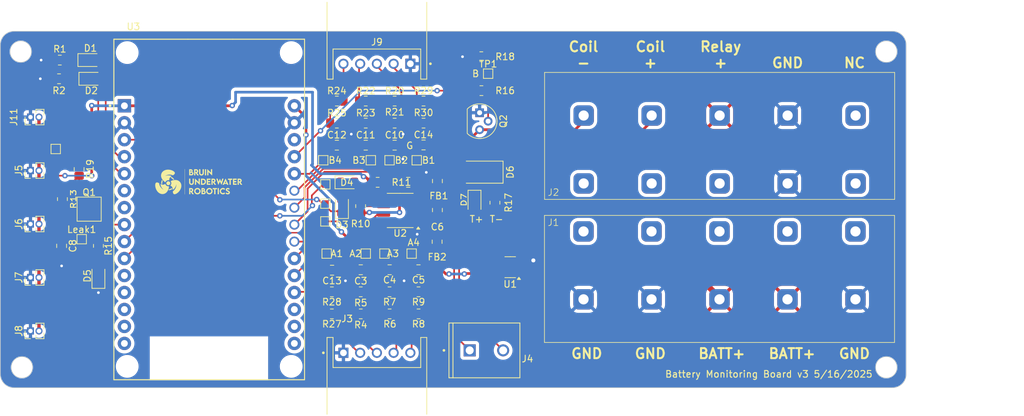
<source format=kicad_pcb>
(kicad_pcb (version 20241229) (generator "pcbnew") (generator_version "9.0")
  (layers (0 "F.Cu" signal) (2 "B.Cu" signal) (13 "F.Paste" user) (15 "B.Paste" user) (5 "F.SilkS" user "F.Silkscreen") (7 "B.SilkS" user "B.Silkscreen") (1 "F.Mask" user) (3 "B.Mask" user) (25 "Edge.Cuts" user))
  (net 0 "")
  (net 1 "GND")
  (net 2 "/leak sensor/LEAK_SIGNAL")
  (net 3 "/e-switch/MCU_OUTPUT")
  (net 4 "/temp sensor/cs")
  (net 5 "/temp sensor/so")
  (net 6 "/temp sensor/sck")
  (net 7 "+3V3")
  (net 8 "/voltage monitor/OUT1")
  (net 9 "/voltage monitor/OUT2")
  (net 10 "/voltage monitor/OUT3")
  (net 11 "/voltage monitor/OUT4")
  (net 12 "/voltage monitor2/OUT1")
  (net 13 "/voltage monitor2/OUT2")
  (net 14 "/voltage monitor2/OUT3")
  (net 15 "/voltage monitor2/OUT4")
  (net 16 "Net-(U2-T+)")
  (net 17 "Net-(U2-T-)")
  (net 18 "Net-(D1-K)")
  (net 19 "Net-(D2-K)")
  (net 20 "Net-(D4-A)")
  (net 21 "+9V")
  (net 22 "Net-(D5-A)")
  (net 23 "Net-(J4-Pin_2)")
  (net 24 "Net-(J4-Pin_1)")
  (net 25 "/voltage monitor/7V4")
  (net 26 "/voltage monitor/11V1")
  (net 27 "/voltage monitor/14V8")
  (net 28 "/leak sensor/PROBE")
  (net 29 "/voltage monitor2/7V4")
  (net 30 "/voltage monitor2/11V1")
  (net 31 "/voltage monitor2/14V8")
  (net 32 "Net-(Q2-B)")
  (net 33 "Net-(D6-A)")
  (net 34 "Net-(D7-A)")
  (net 35 "Net-(D3-A)")
  (net 36 "Net-(D1-A)")
  (net 37 "Net-(D2-A)")
  (net 38 "/voltage monitor/3V7")
  (net 39 "/voltage monitor2/3V7")
  (net 40 "+BATT")
  (net 54 "Net-(Q1-G)")
  (footprint "Capacitor_SMD:C_0805_2012Metric_Pad1.18x1.45mm_HandSolder" (layer "F.Cu") (at 131.830758 76.074396 180)
    (property "Reference" "C5")
    (property "Value" "10nF")
  )
  (footprint "Library:JST_S5B-XH-A" (layer "F.Cu") (at 125.618 39.552 180)
    (property "Reference" "J9")
    (property "Value" "S5B-XH-A")
  )
  (footprint "Diode_SMD:D_0805_2012Metric_Pad1.15x1.40mm_HandSolder" (layer "F.Cu") (at 121.225 62.992)
    (property "Reference" "D4")
    (property "Value" "D")
  )
  (footprint "Resistor_SMD:R_0805_2012Metric_Pad1.20x1.40mm_HandSolder" (layer "F.Cu") (at 81.118 61.002 -90)
    (property "Reference" "R19")
    (property "Value" "1k")
  )
  (footprint "Diode_SMD:D_0805_2012Metric_Pad1.15x1.40mm_HandSolder" (layer "F.Cu") (at 82.948 47.498)
    (property "Reference" "D2")
    (property "Value" "Green LED")
  )
  (footprint "Resistor_SMD:R_0805_2012Metric_Pad1.20x1.40mm_HandSolder" (layer "F.Cu") (at 128.27 50.831604)
    (property "Reference" "R20")
    (property "Value" "22k")
  )
  (footprint "Library:1x5 Screw, 39970-0105 MOLEX" (layer "F.Cu") (at 156.5 70.34)
    (property "Reference" "J1")
    (property "Value" "Conn_01x05")
  )
  (footprint "Library:MODULE_ESP32_DEVKIT_V1" (layer "F.Cu") (at 100.584 67.056)
    (property "Reference" "U3")
    (property "Value" "ESP32-DEVKIT-V1")
  )
  (footprint "Package_SO:SOIC-8_3.9x4.9mm_P1.27mm" (layer "F.Cu") (at 129.099 67.20325 180)
    (property "Reference" "U2")
    (property "Value" "MAX31855KASA")
  )
  (footprint "Capacitor_SMD:C_0805_2012Metric_Pad1.18x1.45mm_HandSolder" (layer "F.Cu") (at 123.952 57.435604 180)
    (property "Reference" "C11")
    (property "Value" "10nF")
  )
  (footprint "Capacitor_SMD:C_0805_2012Metric_Pad1.18x1.45mm_HandSolder" (layer "F.Cu") (at 119.634 57.435604)
    (property "Reference" "C12")
    (property "Value" "10nF")
  )
  (footprint "PCM_Package_TO_SOT_SMD_AKL:SOT-23" (layer "F.Cu") (at 82.618 67.002)
    (property "Reference" "Q1")
    (property "Value" "P-Channel" (hide yes))
  )
  (footprint "Resistor_SMD:R_0805_2012Metric_Pad1.20x1.40mm_HandSolder" (layer "F.Cu") (at 123.206 79.376396 180)
    (property "Reference" "R5")
    (property "Value" "10k")
  )
  (footprint "Resistor_SMD:R_0805_2012Metric_Pad1.20x1.40mm_HandSolder" (layer "F.Cu") (at 118.888 79.376396)
    (property "Reference" "R28")
    (property "Value" "10k")
  )
  (footprint "Resistor_SMD:R_0805_2012Metric_Pad1.20x1.40mm_HandSolder" (layer "F.Cu") (at 125.73 62.992)
    (property "Reference" "R11")
    (property "Value" "10k")
  )
  (footprint "Diode_SMD:D_0805_2012Metric_Pad1.15x1.40mm_HandSolder" (layer "F.Cu") (at 82.795 44.704)
    (property "Reference" "D1")
    (property "Value" "Green LED")
  )
  (footprint "Resistor_SMD:R_0805_2012Metric_Pad1.20x1.40mm_HandSolder" (layer "F.Cu") (at 84 72.5 90)
    (property "Reference" "R15")
    (property "Value" "220")
  )
  (footprint "Resistor_SMD:R_0805_2012Metric_Pad1.20x1.40mm_HandSolder" (layer "F.Cu") (at 132.588 54.133604 180)
    (property "Reference" "R30")
    (property "Value" "10k")
  )
  (footprint "Resistor_SMD:R_0805_2012Metric_Pad1.20x1.40mm_HandSolder" (layer "F.Cu") (at 128.27 54.133604)
    (property "Reference" "R21")
    (property "Value" "10k")
  )
  (footprint "TestPoint:TestPoint_Pad_1.0x1.0mm" (layer "F.Cu") (at 118.11 73.66 90)
    (property "Reference" "A1")
    (property "Value" "TestPoint")
  )
  (footprint "Diode_SMD:D_SMA" (layer "F.Cu") (at 140.97 61.468 180)
    (property "Reference" "D6")
    (property "Value" "1N4007")
  )
  (footprint "TestPoint:TestPoint_Pad_1.0x1.0mm" (layer "F.Cu") (at 127.508 59.69 90)
    (property "Reference" "B2")
    (property "Value" "TestPoint")
  )
  (footprint "Capacitor_SMD:C_0805_2012Metric_Pad1.18x1.45mm_HandSolder" (layer "F.Cu") (at 128.27 57.435604)
    (property "Reference" "C10")
    (property "Value" "10nF")
  )
  (footprint "Library:1x5 Screw, 39970-0105 MOLEX" (layer "F.Cu") (at 197.16 63.16 180)
    (property "Reference" "J2")
    (property "Value" "Conn_01x05")
  )
  (footprint "Resistor_SMD:R_0805_2012Metric_Pad1.20x1.40mm_HandSolder" (layer "F.Cu") (at 127.508 79.376396)
    (property "Reference" "R7")
    (property "Value" "10k")
  )
  (footprint "Resistor_SMD:R_0805_2012Metric_Pad1.20x1.40mm_HandSolder" (layer "F.Cu") (at 118.888 82.678396)
    (property "Reference" "R27")
    (property "Value" "15k")
  )
  (footprint "TestPoint:TestPoint_Pad_1.0x1.0mm" (layer "F.Cu") (at 117.918 68.834 180)
    (property "Reference" "so1" (hide yes))
    (property "Value" "TestPoint")
  )
  (footprint "TestPoint:TestPoint_Pad_1.0x1.0mm" (layer "F.Cu") (at 131.572 59.69 90)
    (property "Reference" "B1")
    (property "Value" "TestPoint")
  )
  (footprint "TestPoint:TestPoint_Pad_1.0x1.0mm" (layer "F.Cu") (at 117.602 59.69 90)
    (property "Reference" "B4")
    (property "Value" "TestPoint")
  )
  (footprint "Resistor_SMD:R_0805_2012Metric_Pad1.20x1.40mm_HandSolder" (layer "F.Cu") (at 141.224 44.196 180)
    (property "Reference" "R18")
    (property "Value" "4.7k")
  )
  (footprint "Resistor_SMD:R_0805_2012Metric_Pad1.20x1.40mm_HandSolder" (layer "F.Cu") (at 127.524 82.678396)
    (property "Reference" "R6")
    (property "Value" "33k")
  )
  (footprint "Capacitor_SMD:C_0805_2012Metric_Pad1.18x1.45mm_HandSolder" (layer "F.Cu") (at 127.524 76.074396)
    (property "Reference" "C4")
    (property "Value" "10nF")
  )
  (footprint "Capacitor_SMD:C_0805_2012Metric_Pad1.18x1.45mm_HandSolder" (layer "F.Cu") (at 134.66 67.14175 -90)
    (property "Reference" "C6")
    (property "Value" "10n")
  )
  (footprint "Resistor_SMD:R_0805_2012Metric_Pad1.20x1.40mm_HandSolder" (layer "F.Cu") (at 119.634 54.133604 180)
    (property "Reference" "R25")
    (property "Value" "10k")
  )
  (footprint "Capacitor_SMD:C_0805_2012Metric_Pad1.18x1.45mm_HandSolder" (layer "F.Cu") (at 123.206 76.074396 180)
    (property "Reference" "C3")
    (property "Value" "10nF")
  )
  (footprint "Library:TE_282836-2" (layer "F.Cu") (at 141.986 88.138)
    (property "Reference" "J4")
    (property "Value" "Conn_01x02")
  )
  (footprint "Resistor_SMD:R_0805_2012Metric_Pad1.20x1.40mm_HandSolder" (layer "F.Cu") (at 131.842 79.376396)
    (property "Reference" "R9")
    (property "Value" "10k")
  )
  (footprint "Capacitor_SMD:C_0805_2012Metric_Pad1.18x1.45mm_HandSolder" (layer "F.Cu") (at 78.5 72.5 -90)
    (property "Reference" "C8")
    (property "Value" "10u")
  )
  (footprint "Connector_PinHeader_1.27mm:PinHeader_1x02_P1.27mm_Vertical" (layer "F.Cu") (at 73.848 69.232 90)
    (property "Reference" "J6")
    (property "Value" "Conn_01x02")
  )
  (footprint "Resistor_SMD:R_0805_2012Metric_Pad1.20x1.40mm_HandSolder" (layer "F.Cu") (at 123.19 66.548 -90)
    (property "Reference" "R10")
    (property "Value" "10k")
  )
  (footprint "Resistor_SMD:R_0805_2012Metric_Pad1.20x1.40mm_HandSolder" (layer "F.Cu") (at 78.232 44.704)
    (property "Reference" "R1")
    (property "Value" "150")
  )
  (footprint "TestPoint:TestPoint_Pad_1.0x1.0mm" (layer "F.Cu") (at 117.918 63.302)
    (property "Reference" "sck1" (hide yes))
    (property "Value" "TestPoint")
  )
  (footprint "Capacitor_SMD:C_0805_2012Metric" (layer "F.Cu") (at 134.62 71.882 -90)
    (property "Reference" "FB2")
    (property "Value" "FerriteBead")
  )
  (footprint "TestPoint:TestPoint_Pad_1.0x1.0mm" (layer "F.Cu") (at 123.952 73.66 90)
    (property "Reference" "A2")
    (property "Value" "TestPoint")
  )
  (footprint "Capacitor_SMD:C_0805_2012Metric_Pad1.18x1.45mm_HandSolder" (layer "F.Cu") (at 130.302 62.992)
    (property "Reference" "C7" (hide yes))
    (property "Value" "10u")
  )
  (footprint "Resistor_SMD:R_0805_2012Metric_Pad1.20x1.40mm_HandSolder" (layer "F.Cu") (at 141.24 49.276)
    (property "Reference" "R16")
    (property "Value" "220")
  )
  (footprint "Connector_PinHeader_1.27mm:PinHeader_1x02_P1.27mm_Vertical" (layer "F.Cu") (at 73.848 85.232 90)
    (property "Reference" "J8")
    (property "Value" "Conn_01x02")
  )
  (footprint "Package_TO_SOT_SMD:SOT-23-5" (layer "F.Cu") (at 145.542 75.692 180)
    (property "Reference" "U1")
    (property "Value" "MCP1804x-A002xOT")
  )
  (footprint "TestPoint:TestPoint_Pad_1.0x1.0mm" (layer "F.Cu") (at 142.24 46.736)
    (property "Reference" "TP1")
    (property "Value" "TestPoint")
  )
  (footprint "Resistor_SMD:R_0805_2012Metric_Pad1.20x1.40mm_HandSolder" (layer "F.Cu") (at 123.952 50.831604 180)
    (property "Reference" "R22")
    (property "Value" "33k")
  )
  (footprint "Resistor_SMD:R_0805_2012Metric_Pad1.20x1.40mm_HandSolder" (layer "F.Cu") (at 78.618 65.502 -90)
    (property "Reference" "R13")
    (property "Value" "27k")
  )
  (footprint "Resistor_SMD:R_0805_2012Metric_Pad1.20x1.40mm_HandSolder" (layer "F.Cu") (at 132.588 50.831604 180)
    (property "Reference" "R29")
    (property "Value" "15k")
  )
  (footprint "Resistor_SMD:R_0805_2012Metric_Pad1.20x1.40mm_HandSolder" (layer "F.Cu") (at 123.952 54.133604 180)
    (property "Reference" "R23")
    (property "Value" "10k")
  )
  (footprint "Resistor_SMD:R_0805_2012Metric_Pad1.20x1.40mm_HandSolder" (layer "F.Cu") (at 143.256 66.04 -90)
    (property "Reference" "R17")
    (property "Value" "360")
  )
  (footprint "Resistor_SMD:R_0805_2012Metric_Pad1.20x1.40mm_HandSolder" (layer "F.Cu") (at 123.206 82.678396 180)
    (property "Reference" "R4")
    (property "Value" "22k")
  )
  (footprint "Library:JST_S5B-XH-A" (layer "F.Cu") (at 125.618 94.202)
    (property "Reference" "J3")
    (property "Value" "S5B-XH-A")
  )
  (footprint "Connector_PinHeader_1.27mm:PinHeader_1x02_P1.27mm_Vertical" (layer "F.Cu") (at 73.848 77.232 90)
    (property "Reference" "J7")
    (property "Value" "Conn_01x02")
  )
  (footprint "Diode_SMD:D_0805_2012Metric_Pad1.15x1.40mm_HandSolder" (layer "F.Cu") (at 84 77 90)
    (property "Reference" "D5")
    (property "Value" "LED")
  )
  (footprint "Resistor_SMD:R_0805_2012Metric_Pad1.20x1.40mm_HandSolder" (layer "F.Cu") (at 131.847316 82.678396 180)
    (property "Reference" "R8")
    (property "Value" "47k")
  )
  (footprint "TestPoint:TestPoint_Pad_1.0x1.0mm" (layer "F.Cu") (at 130.81 73.66 90)
    (property "Reference" "A4")
    (property "Value" "TestPoint")
  )
  (footprint "TestPoint:TestPoint_Pad_1.0x1.0mm" (layer "F.Cu") (at 77.618 58.002)
    (property "Reference" "Probe1" (hide yes))
    (property "Value" "TestPoint")
  )
  (footprint "Package_TO_SOT_THT:TO-92" (layer "F.Cu") (at 140.97 52.578 -90)
    (property "Reference" "Q2")
    (property "Value" "PN2222A")
  )
  (footprint "TestPoint:TestPoint_Pad_1.0x1.0mm" (layer "F.Cu") (at 117.918 66.18725)
    (property "Reference" "cs_temp1" (hide yes))
    (property "Value" "TestPoint")
  )
  (footprint "TestPoint:TestPoint_Pad_1.0x1.0mm" (layer "F.Cu") (at 124.714 59.69 90)
    (property "Reference" "B3")
    (property "Value" "TestPoint")
  )
  (footprint "Capacitor_SMD:C_0805_2012Metric_Pad1.18x1.45mm_HandSolder" (layer "F.Cu") (at 118.918 76.142396)
    (property "Reference" "C13")
    (property "Value" "10nF")
  )
  (footprint "Connector_PinHeader_1.27mm:PinHeader_1x02_P1.27mm_Vertical" (layer "F.Cu") (at 73.848 61.232 90)
    (property "Reference" "J5")
    (property "Value" "Conn_01x02")
  )
  (footprint "Connector_PinHeader_1.27mm:PinHeader_1x02_P1.27mm_Vertical" (layer "F.Cu") (at 73.848 53.232 90)
    (property "Reference" "J11")
    (property "Value" "Conn_01x02")
  )
  (footprint "LOGO" (layer "F.Cu") (at 99 63)
    (property "Reference" "G***" (hide yes))
    (property "Value" "LOGO" (hide yes))
  )
  (footprint "TestPoint:TestPoint_Pad_1.0x1.0mm" (layer "F.Cu") (at 81.5 71.5)
    (property "Reference" "Leak1")
    (property "Value" "TestPoint")
  )
  (footprint "TestPoint:TestPoint_Pad_1.0x1.0mm" (layer "F.Cu") (at 126.746 73.66 90)
    (property "Reference" "A3")
    (property "Value" "TestPoint")
  )
  (footprint "Diode_SMD:D_0805_2012Metric_Pad1.15x1.40mm_HandSolder" (layer "F.Cu") (at 120.396 66.548 90)
    (property "Reference" "D3")
    (property "Value" "D")
  )
  (footprint "Resistor_SMD:R_0805_2012Metric_Pad1.20x1.40mm_HandSolder" (layer "F.Cu") (at 78.113 47.498)
    (property "Reference" "R2")
    (property "Value" "150")
  )
  (footprint "Diode_SMD:D_0805_2012Metric_Pad1.15x1.40mm_HandSolder" (layer "F.Cu") (at 140.208 66.04 -90)
    (property "Reference" "D7")
    (property "Value" "LED")
  )
  (footprint "Capacitor_SMD:C_0805_2012Metric" (layer "F.Cu") (at 134.66 62.80225 -90)
    (property "Reference" "FB1")
    (property "Value" "FerriteBead")
  )
  (footprint "Resistor_SMD:R_0805_2012Metric_Pad1.20x1.40mm_HandSolder" (layer "F.Cu") (at 119.634 50.831604)
    (property "Reference" "R24")
    (property "Value" "47k")
  )
  (footprint "Capacitor_SMD:C_0805_2012Metric_Pad1.18x1.45mm_HandSolder" (layer "F.Cu") (at 132.588 57.404 180)
    (property "Reference" "C14")
    (property "Value" "10nF")
  )
  (gr_circle (center 72.568 90.678) (end 74.168 90.678) (stroke (width 0.1)) (fill no) (layer "Edge.Cuts"))
  (gr_circle (center 201.752 43.434) (end 203.352 43.434) (stroke (width 0.1)) (fill no) (layer "Edge.Cuts"))
  (gr_arc (start 71.374 93.726) (mid 69.937159 93.130841) (end 69.342 91.694) (stroke (width 0.1)) (layer "Edge.Cuts"))
  (gr_line (start 69.342 42.418) (end 69.342 91.694) (stroke (width 0.1)) (layer "Edge.Cuts"))
  (gr_line (start 202.692 40.386) (end 71.374 40.386) (stroke (width 0.1)) (layer "Edge.Cuts"))
  (gr_circle (center 72.39 43.434) (end 73.99 43.434) (stroke (width 0.1)) (fill no) (layer "Edge.Cuts"))
  (gr_line (start 202.692 93.726) (end 71.374 93.726) (stroke (width 0.1)) (layer "Edge.Cuts"))
  (gr_arc (start 204.724 91.694) (mid 204.128841 93.130841) (end 202.692 93.726) (stroke (width 0.1)) (layer "Edge.Cuts"))
  (gr_circle (center 201.752 90.678) (end 203.352 90.678) (stroke (width 0.1)) (fill no) (layer "Edge.Cuts"))
  (gr_arc (start 202.692 40.386) (mid 204.128841 40.981159) (end 204.724 42.418) (stroke (width 0.1)) (layer "Edge.Cuts"))
  (gr_line (start 204.724 91.694) (end 204.724 42.418) (stroke (width 0.1)) (layer "Edge.Cuts"))
  (gr_arc (start 69.342 42.418) (mid 69.937159 40.981159) (end 71.374 40.386) (stroke (width 0.1)) (layer "Edge.Cuts"))
  (gr_text "Coil\n-\n" (at 156.5 46 0) (layer "F.SilkS") (effects (font (size 1.5 1.5) (thickness 0.3) (bold yes)) (justify bottom)))
  (gr_text "Coil\n+" (at 166.5 46 0) (layer "F.SilkS") (effects (font (size 1.5 1.5) (thickness 0.3) (bold yes)) (justify bottom)))
  (gr_text "T-" (at 143.5 68.5 0) (layer "F.SilkS") (effects (font (size 1 1))))
  (gr_text "GND" (at 187 46 0) (layer "F.SilkS") (effects (font (size 1.5 1.5) (thickness 0.3) (bold yes)) (justify bottom)))
  (gr_text "Relay\n+" (at 177 46 0) (layer "F.SilkS") (effects (font (size 1.5 1.5) (thickness 0.3) (bold yes)) (justify bottom)))
  (gr_text "T+\n" (at 140.502 68.502 0) (layer "F.SilkS") (effects (font (size 1 1))))
  (gr_text "GND" (at 194.5 89.5 0) (layer "F.SilkS") (effects (font (size 1.5 1.5) (thickness 0.3) (bold yes)) (justify left bottom)))
  (gr_text "BATT+" (at 173.5 89.5 0) (layer "F.SilkS") (effects (font (size 1.5 1.5) (thickness 0.3) (bold yes)) (justify left bottom)))
  (gr_text "B" (at 140.97 46.736 0) (layer "F.SilkS") (effects (font (size 1 1)) (justify right)))
  (gr_text "Battery Monitoring Board v3 5/16/2025" (at 168.618 91.694 0) (layer "F.SilkS") (effects (font (size 1 1)) (justify left)))
  (gr_text "G" (at 131.118 57.502 0) (layer "F.SilkS") (effects (font (size 1 1)) (justify right)))
  (gr_text "BATT+" (at 184 89.5 0) (layer "F.SilkS") (effects (font (size 1.5 1.5) (thickness 0.3) (bold yes)) (justify left bottom)))
  (gr_text "GND" (at 164 89.5 0) (layer "F.SilkS") (effects (font (size 1.5 1.5) (thickness 0.3) (bold yes)) (justify left bottom)))
  (gr_text "NC" (at 197 46 0) (layer "F.SilkS") (effects (font (size 1.5 1.5) (thickness 0.3) (bold yes)) (justify bottom)))
  (gr_text "GND" (at 154.5 89.5 0) (layer "F.SilkS") (effects (font (size 1.5 1.5) (thickness 0.3) (bold yes)) (justify left bottom)))
  (segment (start 129.176056 57.587133) (end 129.202233 57.61331) (width 0.25) (layer "F.Cu") (net 1))
  (segment (start 129.176056 54.266907) (end 129.633924 54.724775) (width 0.25) (layer "F.Cu") (net 1))
  (segment (start 140.224 44.196) (end 138.414 44.196) (width 0.25) (layer "F.Cu") (net 1))
  (segment (start 131.574 69.10825) (end 131.574 70.69425) (width 0.25) (layer "F.Cu") (net 1))
  (segment (start 128.5615 76.603896) (end 129.683 77.725396) (width 0.25) (layer "F.Cu") (net 1))
  (segment (start 129.54 54.630851) (end 129.54 56.9972) (width 0.25) (layer "F.Cu") (net 1))
  (segment (start 130.793258 76.630325) (end 130.793258 76.057912) (width 0.25) (layer "F.Cu") (net 1))
  (segment (start 130.869 57.113604) (end 129.54 55.784604) (width 0.25) (layer "F.Cu") (net 1))
  (segment (start 129.202233 57.61331) (end 129.202233 57.273432) (width 0.25) (layer "F.Cu") (net 1))
  (segment (start 128.908011 76.245816) (end 128.669814 76.007619) (width 0.25) (layer "F.Cu") (net 1))
  (segment (start 122.1685 76.074396) (end 122.1685 76.476896) (width 0.25) (layer "F.Cu") (net 1))
  (segment (start 120.6715 57.435604) (end 120.6715 56.906104) (width 0.25) (layer "F.Cu") (net 1))
  (segment (start 132.8315 61.5) (end 131.3395 62.992) (width 0.25) (layer "F.Cu") (net 1))
  (segment (start 130.998814 76.496582) (end 130.998814 76.007619) (width 0.25) (layer "F.Cu") (net 1))
  (segment (start 129.683 77.725396) (end 130.793258 76.615138) (width 0.25) (layer "F.Cu") (net 1))
  (segment (start 129.176056 54.266907) (end 129.54 54.630851) (width 0.25) (layer "F.Cu") (net 1))
  (segment (start 122.206 79.011396) (end 122.206 79.376396) (width 0.25) (layer "F.Cu") (net 1))
  (segment (start 130.842 78.884396) (end 130.842 79.376396) (width 0.25) (layer "F.Cu") (net 1))
  (segment (start 128.527153 76.584736) (end 128.527153 76.136637) (width 0.25) (layer "F.Cu") (net 1))
  (segment (start 119.888 79.376396) (end 119.888 78.757396) (width 0.25) (layer "F.Cu") (net 1))
  (segment (start 122.952 54.133604) (end 122.952 54.625604) (width 0.25) (layer "F.Cu") (net 1))
  (segment (start 78.5 75.5) (end 78.5 73.5375) (width 0.25) (layer "F.Cu") (net 1))
  (segment (start 129.683 77.725396) (end 130.842 78.884396) (width 0.25) (layer "F.Cu") (net 1))
  (segment (start 122.9145 57.435604) (end 122.9145 56.906104) (width 0.25) (layer "F.Cu") (net 1))
  (segment (start 128.646233 75.984038) (end 128.669814 76.007619) (width 0.25) (layer "F.Cu") (net 1))
  (segment (start 129.3075 57.435604) (end 129.3075 59.3075) (width 0.25) (layer "F.Cu") (net 1))
  (segment (start 122.9145 56.906104) (end 121.793 55.784604) (width 0.25) (layer "F.Cu") (net 1))
  (segment (start 129.422292 54.266907) (end 129.176056 54.266907) (width 0.25) (layer "F.Cu") (net 1))
  (segment (start 122.1685 76.27457) (end 122.1685 76.095896) (width 0.25) (layer "F.Cu") (net 1))
  (segment (start 120.634 54.133604) (end 120.634 54.625604) (width 0.25) (layer "F.Cu") (net 1))
  (segment (start 128.5615 76.074396) (end 128.5615 76.603896) (width 0.25) (layer "F.Cu") (net 1))
  (segment (start 129.54 56.9972) (end 129.176056 57.361144) (width 0.25) (layer "F.Cu") (net 1))
  (segment (start 149 74.676) (end 147.984 75.692) (width 0.4) (layer "F.Cu") (net 1))
  (segment (start 119.888 78.757396) (end 120.92 77.725396) (width 0.25) (layer "F.Cu") (net 1))
  (segment (start 128.508 78.900396) (end 129.683 77.725396) (width 0.25) (layer "F.Cu") (net 1))
  (segment (start 129.27 54.133604) (end 131.588 54.133604) (width 0.25) (layer "F.Cu") (net 1))
  (segment (start 122.897342 57.753007) (end 122.897342 56.981258) (width 0.25) (layer "F.Cu") (net 1))
  (segment (start 77.113 47.498) (end 75.319 47.498) (width 0.25) (layer "F.Cu") (net 1))
  (segment (start 120.666 88.757396) (end 120.826 88.597396) (width 0.25) (layer "F.Cu") (net 1))
  (segment (start 130.793258 76.615138) (end 130.793258 76.074396) (width 0.25) (layer "F.Cu") (net 1))
  (segment (start 120.87628 54.290336) (end 120.787159 54.201215) (width 0.25) (layer "F.Cu") (net 1))
  (segment (start 75.438 44.704) (end 76.715 44.704) (width 0.25) (layer "F.Cu") (net 1))
  (segment (start 119.9555 76.760896) (end 120.92 77.725396) (width 0.25) (layer "F.Cu") (net 1))
  (segment (start 119.9555 76.142396) (end 119.9555 76.760896) (width 0.25) (layer "F.Cu") (net 1))
  (segment (start 122.6765 76.095896) (end 122.6765 75.566396) (width 0.25) (layer "F.Cu") (net 1))
  (segment (start 122.952 54.625604) (end 121.793 55.784604) (width 0.25) (layer "F.Cu") (net 1))
  (segment (start 133 61.5) (end 132.8315 61.5) (width 0.25) (layer "F.Cu") (net 1))
  (segment (start 122.1685 76.476896) (end 120.92 77.725396) (width 0.25) (layer "F.Cu") (net 1))
  (segment (start 120.92 77.725396) (end 122.206 79.011396) (width 0.25) (layer "F.Cu") (net 1))
  (segment (start 122.962765 57.687584) (end 122.897342 57.753007) (width 0.25) (layer "F.Cu") (net 1))
  (segment (start 120.87628 57.703214) (end 120.87628 56.970664) (width 0.25) (layer "F.Cu") (net 1))
  (segment (start 84 79.5) (end 84 78.025) (width 0.25) (layer "F.Cu") (net 1))
  (segment (start 120.634 54.625604) (end 121.793 55.784604) (width 0.25) (layer "F.Cu") (net 1))
  (segment (start 131.574 62.71775) (end 131.639 62.65275) (width 0.25) (layer "F.Cu") (net 1))
  (segment (start 131.574 70.69425) (end 131.639 70.75925) (width 0.25) (layer "F.Cu") (net 1))
  (segment (start 120.634 54.65923) (end 120.634 54.133604) (width 0.25) (layer "F.Cu") (net 1))
  (segment (start 131.5365 57.113604) (end 130.869 57.113604) (width 0.25) (layer "F.Cu") (net 1))
  (segment (start 147.984 75.692) (end 146.6795 75.692) (width 0.4) (layer "F.Cu") (net 1))
  (segment (start 120.6715 56.906104) (end 121.793 55.784604) (width 0.25) (layer "F.Cu") (net 1))
  (segment (start 122.962765 54.218122) (end 122.952 54.228887) (width 0.25) (layer "F.Cu") (net 1))
  (segment (start 128.508 79.376396) (end 128.508 78.900396) (width 0.25) (layer "F.Cu") (net 1))
  (segment (start 129.3075 59.3075) (end 129.5 59.5) (width 0.25) (layer "F.Cu") (net 1))
  (via (at 120.92 77.725396) (size 0.8) (drill 0.4) (layers "F.Cu" "B.Cu") (net 1))
  (via (at 75.438 44.704) (size 0.8) (drill 0.4) (layers "F.Cu" "B.Cu") (net 1))
  (via (at 75.319 47.498) (size 0.8) (drill 0.4) (layers "F.Cu" "B.Cu") (net 1))
  (via (at 78.5 75.5) (size 0.8) (drill 0.4) (layers "F.Cu" "B.Cu") (net 1))
  (via (at 149 74.676) (size 1.2) (drill 0.6) (layers "F.Cu" "B.Cu") (net 1))
  (via (at 131.639 70.75925) (size 0.8) (drill 0.4) (layers "F.Cu" "B.Cu") (net 1))
  (via (at 121.793 55.784604) (size 0.8) (drill 0.4) (layers "F.Cu" "B.Cu") (net 1))
  (via (at 129.54 55.784604) (size 0.8) (drill 0.4) (layers "F.Cu" "B.Cu") (net 1))
  (via (at 138.414 44.196) (size 0.8) (drill 0.4) (layers "F.Cu" "B.Cu") (net 1))
  (via (at 84 79.5) (size 0.8) (drill 0.4) (layers "F.Cu" "B.Cu") (net 1))
  (via (at 129.683 77.725396) (size 0.8) (drill 0.4) (layers "F.Cu" "B.Cu") (net 1))
  (via (at 129.5 59.5) (size 0.8) (drill 0.4) (layers "F.Cu" "B.Cu") (net 1))
  (via (at 133 61.5) (size 0.8) (drill 0.4) (layers "F.Cu" "B.Cu") (net 1))
  (segment (start 73.848 77.232) (end 73.848 78.132) (width 0.4) (layer "B.Cu") (net 1))
  (segment (start 130.5 61.5) (end 133 61.5) (width 0.25) (layer "B.Cu") (net 1))
  (segment (start 129.5 59.5) (end 129.5 60.5) (width 0.25) (layer "B.Cu") (net 1))
  (segment (start 129.5 60.5) (end 130.5 61.5) (width 0.25) (layer "B.Cu") (net 1))
  (segment (start 83.618 71.118) (end 84 71.5) (width 0.25) (layer "F.Cu") (net 2))
  (segment (start 85.937 69.321) (end 83.618 67.002) (width 0.25) (layer "F.Cu") (net 2))
  (segment (start 83.62 67) (end 83.618 67.002) (width 0.25) (layer "F.Cu") (net 2))
  (segment (start 81.5 71.5) (end 84 71.5) (width 0.25) (layer "F.Cu") (net 2))
  (segment (start 87.884 69.321) (end 85.937 69.321) (width 0.25) (layer "F.Cu") (net 2))
  (segment (start 83.618 67.002) (end 83.618 71.118) (width 0.25) (layer "F.Cu") (net 2))
  (segment (start 87.346 69.859) (end 87.884 69.321) (width 0.25) (layer "F.Cu") (net 2))
  (segment (start 117.17 55.275) (end 113.284 59.161) (width 0.25) (layer "F.Cu") (net 3))
  (segment (start 117.191 55.275) (end 117.17 55.275) (width 0.25) (layer "F.Cu") (net 3))
  (segment (start 134.618 49.276) (end 140.24 49.276) (width 0.25) (layer "F.Cu") (net 3))
  (via (at 117.191 55.275) (size 0.8) (drill 0.4) (layers "F.Cu" "B.Cu") (net 3))
  (via (at 134.618 49.276) (size 0.8) (drill 0.4) (layers "F.Cu" "B.Cu") (net 3))
  (segment (start 123.19 49.276) (end 117.191 55.275) (width 0.25) (layer "B.Cu") (net 3))
  (segment (start 134.618 49.276) (end 123.19 49.276) (width 0.25) (layer "B.Cu") (net 3))
  (segment (start 117.50325 66.18725) (end 117.789 66.18725) (width 0.25) (layer "F.Cu") (net 4))
  (segment (start 102.137 56.621) (end 87.884 56.621) (width 0.25) (layer "F.Cu") (net 4))
  (segment (start 116.883 65.567) (end 117.50325 66.18725) (width 0.25) (layer "F.Cu") (net 4))
  (segment (start 111.118 65.602) (end 102.137 56.621) (width 0.25) (layer "F.Cu") (net 4))
  (segment (start 120.142 67.319) (end 118.73375 67.319) (width 0.25) (layer "F.Cu") (net 4))
  (segment (start 116.618 65.567) (end 116.883 65.567) (width 0.25) (layer "F.Cu") (net 4))
  (segment (start 118.73375 67.319) (end 117.602 66.18725) (width 0.25) (layer "F.Cu") (net 4))
  (via (at 111.118 65.602) (size 0.8) (drill 0.4) (layers "F.Cu" "B.Cu") (net 4))
  (via (at 116.618 65.567) (size 0.8) (drill 0.4) (layers "F.Cu" "B.Cu") (net 4))
  (segment (start 111.118 65.602) (end 111.153 65.567) (width 0.25) (layer "B.Cu") (net 4))
  (segment (start 111.153 65.567) (end 116.618 65.567) (width 0.25) (layer "B.Cu") (net 4))
  (segment (start 111.22 65.5) (end 111.153 65.567) (width 0.2) (layer "B.Cu") (net 4))
  (segment (start 116.618 65.567) (end 116.551 65.5) (width 0.2) (layer "B.Cu") (net 4))
  (segment (start 116.088 70.535) (end 91.75 70.535) (width 0.2) (layer "F.Cu") (net 5))
  (segment (start 125.649001 67.83825) (end 124.653251 68.834) (width 0.25) (layer "F.Cu") (net 5))
  (segment (start 87.884 74.401) (end 87.885 74.402) (width 0.25) (layer "F.Cu") (net 5))
  (segment (start 124.653251 68.834) (end 117.602 68.834) (width 0.25) (layer "F.Cu") (net 5))
  (segment (start 117.789 68.834) (end 116.088 70.535) (width 0.25) (layer "F.Cu") (net 5))
  (segment (start 91.75 70.535) (end 87.884 74.401) (width 0.25) (layer "F.Cu") (net 5))
  (segment (start 126.624 67.83825) (end 125.649001 67.83825) (width 0.25) (layer "F.Cu") (net 5))
  (segment (start 115.893 66.384511) (end 115.983 66.474511) (width 0.25) (layer "F.Cu") (net 6))
  (segment (start 117.856 62.992) (end 115.893 64.955) (width 0.25) (layer "F.Cu") (net 6))
  (segment (start 120.2 62.992) (end 117.669 62.992) (width 0.25) (layer "F.Cu") (net 6))
  (segment (start 111.118 68.002) (end 91.743 68.002) (width 0.25) (layer "F.Cu") (net 6))
  (segment (start 91.743 68.002) (end 87.884 71.861) (width 0.25) (layer "F.Cu") (net 6))
  (segment (start 115.893 64.955) (end 115.893 66.384511) (width 0.25) (layer "F.Cu") (net 6))
  (via (at 111.118 68.002) (size 0.8) (drill 0.4) (layers "F.Cu" "B.Cu") (net 6))
  (via (at 115.983 66.474511) (size 0.8) (drill 0.4) (layers "F.Cu" "B.Cu") (net 6))
  (segment (start 111.118 68.002) (end 114.455511 68.002) (width 0.25) (layer "B.Cu") (net 6))
  (segment (start 114.455511 68.002) (end 115.983 66.474511) (width 0.25) (layer "B.Cu") (net 6))
  (segment (start 83 51.5) (end 83 62) (width 0.4) (layer "F.Cu") (net 7))
  (segment (start 125.756 61.966) (end 128.2385 61.966) (width 0.25) (layer "F.Cu") (net 7))
  (segment (start 124.452 67.548) (end 124.5 67.5) (width 0.25) (layer "F.Cu") (net 7))
  (segment (start 123.54475 67.19325) (end 123.19 67.548) (width 0.25) (layer "F.Cu") (net 7))
  (segment (start 131.574 65.29825) (end 129.988 65.29825) (width 0.4) (layer "F.Cu") (net 7))
  (segment (start 78 62) (end 76.5 63.5) (width 0.25) (layer "F.Cu") (net 7))
  (segment (start 78.5 71.4625) (end 78.5 71.07) (width 0.25) (layer "F.Cu") (net 7))
  (segment (start 129.2645 62.992) (end 129.2645 64.57475) (width 0.4) (layer "F.Cu") (net 7))
  (segment (start 124.73 62.992) (end 125.756 61.966) (width 0.25) (layer "F.Cu") (net 7))
  (segment (start 78.5 71.07) (end 81.618 67.952) (width 0.25) (layer "F.Cu") (net 7))
  (segment (start 124.73 62.992) (end 124.73 62.69) (width 0.25) (layer "F.Cu") (net 7))
  (segment (start 78.002 66.502) (end 78.618 66.502) (width 0.25) (layer "F.Cu") (net 7))
  (segment (start 129.2645 64.57475) (end 129.988 65.29825) (width 0.4) (layer "F.Cu") (net 7))
  (segment (start 129 66.28625) (end 129.2645 66.02175) (width 0.4) (layer "F.Cu") (net 7))
  (segment (start 123.878 62.14) (end 124.73 62.992) (width 0.4) (layer "F.Cu") (net 7))
  (segment (start 123.618 62.14) (end 123.878 62.14) (width 0.4) (layer "F.Cu") (net 7))
  (segment (start 123.19 67.548) (end 124.452 67.548) (width 0.4) (layer "F.Cu") (net 7))
  (segment (start 76.5 63.5) (end 76.5 65) (width 0.25) (layer "F.Cu") (net 7))
  (segment (start 129 67.5) (end 129 66.28625) (width 0.4) (layer "F.Cu") (net 7))
  (segment (start 128.2385 61.966) (end 129.2645 62.992) (width 0.25) (layer "F.Cu") (net 7))
  (segment (start 80.168 66.502) (end 81.618 67.952) (width 0.25) (layer "F.Cu") (net 7))
  (segment (start 78.618 66.502) (end 80.168 66.502) (width 0.25) (layer "F.Cu") (net 7))
  (segment (start 79 62) (end 78 62) (width 0.25) (layer "F.Cu") (net 7))
  (segment (start 129.2645 66.02175) (end 129.2645 64.57475) (width 0.4) (layer "F.Cu") (net 7))
  (segment (start 76.5 65) (end 78.002 66.502) (width 0.25) (layer "F.Cu") (net 7))
  (segment (start 103.947144 51.541) (end 87.884 51.541) (width 0.4) (layer "F.Cu") (net 7))
  (via (at 83 51.5) (size 0.8) (drill 0.4) (layers "F.Cu" "B.Cu") (net 7))
  (via (at 79 62) (size 0.8) (drill 0.4) (layers "F.Cu" "B.Cu") (net 7))
  (via (at 123.618 62.14) (size 0.8) (drill 0.4) (layers "F.Cu" "B.Cu") (net 7))
  (via (at 129 67.5) (size 0.8) (drill 0.4) (layers "F.Cu" "B.Cu") (net 7))
  (via (at 124.5 67.5) (size 0.8) (drill 0.4) (layers "F.Cu" "B.Cu") (net 7))
  (via (at 104 51.5) (size 0.8) (drill 0.4) (layers "F.Cu" "B.Cu") (net 7))
  (via (at 83 62) (size 0.8) (drill 0.4) (layers "F.Cu" "B.Cu") (net 7))
  (segment (start 104.5 49.5) (end 104.5 51) (width 0.4) (layer "B.Cu") (net 7))
  (segment (start 79 62) (end 83 62) (width 0.25) (layer "B.Cu") (net 7))
  (segment (start 123.618 62.14) (end 123.18 61.702) (width 0.4) (layer "B.Cu") (net 7))
  (segment (start 83.041 51.541) (end 83 51.5) (width 0.4) (layer "B.Cu") (net 7))
  (segment (start 116 49.5) (end 104.5 49.5) (width 0.4) (layer "B.Cu") (net 7))
  (segment (start 116 60.266694) (end 116 49.5) (width 0.4) (layer "B.Cu") (net 7))
  (segment (start 123.18 61.702) (end 117.118 61.702) (width 0.4) (layer "B.Cu") (net 7))
  (segment (start 124.5 67.5) (end 129 67.5) (width 0.4) (layer "B.Cu") (net 7))
  (segment (start 104.5 51) (end 104 51.5) (width 0.4) (layer "B.Cu") (net 7))
  (segment (start 115.841347 60.425347) (end 116 60.266694) (width 0.4) (layer "B.Cu") (net 7))
  (segment (start 117.118 61.702) (end 115.841347 60.425347) (width 0.4) (layer "B.Cu") (net 7))
  (segment (start 87.884 51.541) (end 83.041 51.541) (width 0.4) (layer "B.Cu") (net 7))
  (segment (start 117.8805 76.142396) (end 117.8805 73.8895) (width 0.25) (layer "F.Cu") (net 8))
  (segment (start 117.8805 73.8895) (end 118.11 73.66) (width 0.25) (layer "F.Cu") (net 8))
  (segment (start 117.888 79.376396) (end 117.888 78.884396) (width 0.25) (layer "F.Cu") (net 8))
  (segment (start 113.388604 79.376396) (end 113.284 79.481) (width 0.25) (layer "F.Cu") (net 8))
  (segment (start 117.888 82.678396) (end 117.888 79.376396) (width 0.25) (layer "F.Cu") (net 8))
  (segment (start 117.888 78.884396) (end 117.8805 78.876896) (width 0.25) (layer "F.Cu") (net 8))
  (segment (start 117.8805 78.876896) (end 117.8805 76.142396) (width 0.25) (layer "F.Cu") (net 8))
  (segment (start 117.888 79.376396) (end 113.388604 79.376396) (width 0.25) (layer "F.Cu") (net 8))
  (segment (start 117.39 72.835) (end 113.284 76.941) (width 0.25) (layer "F.Cu") (net 9))
  (segment (start 124.222 79.360396) (end 124.222 76.095896) (width 0.25) (layer "F.Cu") (net 9))
  (segment (start 124.206 82.678396) (end 124.259511 82.731907) (width 0.25) (layer "F.Cu") (net 9))
  (segment (start 124.222 76.095896) (end 124.2435 76.074396) (width 0.25) (layer "F.Cu") (net 9))
  (segment (start 123.952 73.66) (end 123.127 72.835) (width 0.25) (layer "F.Cu") (net 9))
  (segment (start 124.206 82.042) (end 123.887802 82.360198) (width 0.25) (layer "F.Cu") (net 9))
  (segment (start 123.127 72.835) (end 117.39 72.835) (width 0.25) (layer "F.Cu") (net 9))
  (segment (start 124.206 79.376396) (end 124.222 79.360396) (width 0.25) (layer "F.Cu") (net 9))
  (segment (start 123.952 75.782896) (end 124.2435 76.074396) (width 0.25) (layer "F.Cu") (net 9))
  (segment (start 123.952 73.66) (end 123.952 75.782896) (width 0.25) (layer "F.Cu") (net 9))
  (segment (start 124.206 79.376396) (end 124.206 82.042) (width 0.25) (layer "F.Cu") (net 9))
  (segment (start 126.490545 82.503121) (end 126.490545 75.837851) (width 0.25) (layer "F.Cu") (net 10))
  (segment (start 115.374 72.311) (end 113.284 74.401) (width 0.25) (layer "F.Cu") (net 10))
  (segment (start 125.397 72.311) (end 115.374 72.311) (width 0.25) (layer "F.Cu") (net 10))
  (segment (start 126.4865 76.074396) (end 126.4865 73.9195) (width 0.25) (layer "F.Cu") (net 10))
  (segment (start 126.746 73.66) (end 125.397 72.311) (width 0.25) (layer "F.Cu") (net 10))
  (segment (start 132.868258 76.074396) (end 132.868258 75.464258) (width 0.25) (layer "F.Cu") (net 11))
  (segment (start 130.81 73.66) (end 129.011 71.861) (width 0.25) (layer "F.Cu") (net 11))
  (segment (start 129.011 71.861) (end 113.284 71.861) (width 0.25) (layer "F.Cu") (net 11))
  (segment (start 132.847316 76.078854) (end 132.868258 76.057912) (width 0.25) (layer "F.Cu") (net 11))
  (segment (start 132.868258 75.464258) (end 131.064 73.66) (width 0.25) (layer "F.Cu") (net 11))
  (segment (start 131.064 73.66) (end 130.81 73.66) (width 0.25) (layer "F.Cu") (net 11))
  (segment (start 132.863213 76.052867) (end 132.868258 76.057912) (width 0.25) (layer "F.Cu") (net 11))
  (segment (start 132.847316 82.424396) (end 132.847316 76.078854) (width 0.25) (layer "F.Cu") (net 11))
  (segment (start 131.572 59.4575) (end 133.6255 57.404) (width 0.25) (layer "F.Cu") (net 12))
  (segment (start 131.572 59.69) (end 129.847 61.415) (width 0.25) (layer "F.Cu") (net 12))
  (segment (start 133.6115 54.649104) (end 133.6115 57.113604) (width 0.25) (layer "F.Cu") (net 12))
  (segment (start 131.572 59.69) (end 131.572 59.4575) (width 0.25) (layer "F.Cu") (net 12))
  (segment (start 133.588 50.831604) (end 133.588 54.133604) (width 0.25) (layer "F.Cu") (net 12))
  (segment (start 115.258 63.943188) (end 115.258 67.347) (width 0.25) (layer "F.Cu") (net 12))
  (segment (start 115.258 67.347) (end 113.284 69.321) (width 0.25) (layer "F.Cu") (net 12))
  (segment (start 133.588 54.625604) (end 133.6115 54.649104) (width 0.25) (layer "F.Cu") (net 12))
  (segment (start 129.847 61.415) (end 117.786188 61.415) (width 0.25) (layer "F.Cu") (net 12))
  (segment (start 117.786188 61.415) (end 115.258 63.943188) (width 0.25) (layer "F.Cu") (net 12))
  (segment (start 133.588 54.133604) (end 133.588 54.625604) (width 0.25) (layer "F.Cu") (net 12))
  (segment (start 127.27 54.059486) (end 127.132046 54.19744) (width 0.25) (layer "F.Cu") (net 13))
  (segment (start 117.599792 60.965) (end 114.808 63.756792) (width 0.25) (layer "F.Cu") (net 13))
  (segment (start 114.808 65.257) (end 113.284 66.781) (width 0.25) (layer "F.Cu") (net 13))
  (segment (start 127.508 59.69) (end 126.233 60.965) (width 0.25) (layer "F.Cu") (net 13))
  (segment (start 127.508 59.69) (end 127.508 57.711104) (width 0.25) (layer "F.Cu") (net 13))
  (segment (start 127.508 57.711104) (end 127.2325 57.435604) (width 0.25) (layer "F.Cu") (net 13))
  (segment (start 126.233 60.965) (end 117.599792 60.965) (width 0.25) (layer "F.Cu") (net 13))
  (segment (start 127.27 50.882107) (end 127.27 54.059486) (width 0.25) (layer "F.Cu") (net 13))
  (segment (start 114.808 63.756792) (end 114.808 65.257) (width 0.25) (layer "F.Cu") (net 13))
  (segment (start 127.27 57.244554) (end 127.176056 57.338498) (width 0.25) (layer "F.Cu") (net 13))
  (segment (start 127.27 54.133604) (end 127.27 57.244554) (width 0.25) (layer "F.Cu") (net 13))
  (segment (start 124.714 59.69) (end 123.889 60.515) (width 0.25) (layer "F.Cu") (net 14))
  (segment (start 124.962765 54.218122) (end 124.962765 57.517441) (width 0.25) (layer "F.Cu") (net 14))
  (segment (start 124.714 59.69) (end 124.714 57.711104) (width 0.25) (layer "F.Cu") (net 14))
  (segment (start 124.968 54.212887) (end 124.962765 54.218122) (width 0.25) (layer "F.Cu") (net 14))
  (segment (start 124.968 50.8) (end 124.968 54.18743) (width 0.25) (layer "F.Cu") (net 14))
  (segment (start 123.889 60.515) (end 117.413396 60.515) (width 0.25) (layer "F.Cu") (net 14))
  (segment (start 117.413396 60.515) (end 113.687396 64.241) (width 0.25) (layer "F.Cu") (net 14))
  (segment (start 113.687396 64.241) (end 113.284 64.241) (width 0.25) (layer "F.Cu") (net 14))
  (segment (start 124.714 57.711104) (end 124.9895 57.435604) (width 0.25) (layer "F.Cu") (net 14))
  (segment (start 118.5965 54.171104) (end 118.634 54.133604) (width 0.25) (layer "F.Cu") (net 15))
  (segment (start 118.618 58.674) (end 115.57 61.722) (width 0.25) (layer "F.Cu") (net 15))
  (segment (start 118.5965 57.435604) (end 118.5965 54.171104) (width 0.25) (layer "F.Cu") (net 15))
  (segment (start 113.305 61.722) (end 113.284 61.701) (width 0.25) (layer "F.Cu") (net 15))
  (segment (start 118.618 57.457104) (end 118.618 58.674) (width 0.25) (layer "F.Cu") (net 15))
  (segment (start 115.57 61.722) (end 113.305 61.722) (width 0.25) (layer "F.Cu") (net 15))
  (segment (start 118.5965 57.435604) (end 118.618 57.457104) (width 0.25) (layer "F.Cu") (net 15))
  (segment (start 118.634 50.831351) (end 118.634 54.133604) (width 0.25) (layer "F.Cu") (net 15))
  (segment (start 135.085 65.67925) (end 134.66 66.10425) (width 0.25) (layer "F.Cu") (net 16))
  (segment (start 134.66 66.10425) (end 134.879 65.88525) (width 0.25) (layer "F.Cu") (net 16))
  (segment (start 131.701 66.44125) (end 131.574 66.56825) (width 0.25) (layer "F.Cu") (net 16))
  (segment (start 134.66 66.10425) (end 134.66 63.75225) (width 0.25) (layer "F.Cu") (net 16))
  (segment (start 131.574 66.56825) (end 133.036 66.56825) (width 0.25) (layer "F.Cu") (net 16))
  (segment (start 133.036 66.56825) (end 133.5 66.10425) (width 0.25) (layer "F.Cu") (net 16))
  (segment (start 133.5 66.10425) (end 134.66 66.10425) (width 0.25) (layer "F.Cu") (net 16))
  (segment (start 133.036 67.83825) (end 131.574 67.83825) (width 0.25) (layer "F.Cu") (net 17))
  (segment (start 133 72.5) (end 133.332 72.832) (width 0.25) (layer "F.Cu") (net 17))
  (segment (start 134.66 68.17925) (end 133.377 68.17925) (width 0.25) (layer "F.Cu") (net 17))
  (segment (start 133.332 72.832) (end 134.62 72.832) (width 0.25) (layer "F.Cu") (net 17))
  (segment (start 131.701 67.96525) (end 131.574 67.83825) (width 0.25) (layer "F.Cu") (net 17))
  (segment (start 133.377 68.17925) (end 133.036 67.83825) (width 0.25) (layer "F.Cu") (net 17))
  (segment (start 133.036 67.83825) (end 133.036 72.464) (width 0.25) (layer "F.Cu") (net 17))
  (segment (start 133.036 72.464) (end 133 72.5) (width 0.25) (layer "F.Cu") (net 17))
  (segment (start 81.77 44.704) (end 78.715 44.704) (width 0.25) (layer "F.Cu") (net 18))
  (segment (start 79.113 47.498) (end 81.923 47.498) (width 0.25) (layer "F.Cu") (net 19))
  (segment (start 126.624 65.29825) (end 126.624 63.098) (width 0.25) (layer "F.Cu") (net 20))
  (segment (start 126.624 65.29825) (end 125.69475 64.369) (width 0.25) (layer "F.Cu") (net 20))
  (segment (start 126.624 63.098) (end 126.73 62.992) (width 0.25) (layer "F.Cu") (net 20))
  (segment (start 123.627 64.369) (end 122.25 62.992) (width 0.25) (layer "F.Cu") (net 20))
  (segment (start 125.69475 64.369) (end 123.627 64.369) (width 0.25) (layer "F.Cu") (net 20))
  (segment (start 149.118 61.448) (end 149.098 61.468) (width 0.4) (layer "F.Cu") (net 21))
  (segment (start 142.118 76.642) (end 144.4045 76.642) (width 0.4) (layer "F.Cu") (net 21))
  (segment (start 120.318 70.402) (end 121.118 71.202) (width 0.4) (layer "F.Cu") (net 21))
  (segment (start 151.618 59) (end 161.52 59) (width 0.4) (layer "F.Cu") (net 21))
  (segment (start 149.118 61.5) (end 149.118 61.448) (width 0.4) (layer "F.Cu") (net 21))
  (segment (start 115.018 53.275) (end 113.284 51.541) (width 0.4) (layer "F.Cu") (net 21))
  (segment (start 135.924 76.708) (end 136.398 76.708) (width 0.4) (layer "F.Cu") (net 21))
  (segment (start 138.75 76.642) (end 142.118 76.642) (width 0.4) (layer "F.Cu") (net 21))
  (segment (start 121.118 71.202) (end 130.418 71.202) (width 0.4) (layer "F.Cu") (net 21))
  (segment (start 143.224 61.722) (end 142.97 61.468) (width 0.6) (layer "F.Cu") (net 21))
  (segment (start 149.118 61.5) (end 151.618 59) (width 0.4) (layer "F.Cu") (net 21))
  (segment (start 149.098 61.468) (end 142.97 61.468) (width 0.4) (layer "F.Cu") (net 21))
  (segment (start 130.418 71.202) (end 135.924 76.708) (width 0.4) (layer "F.Cu") (net 21))
  (segment (start 161.52 59) (end 166.68 53.84) (width 0.4) (layer "F.Cu") (net 21))
  (segment (start 143.224 65.008) (end 143.224 61.722) (width 0.6) (layer "F.Cu") (net 21))
  (segment (start 138.684 76.708) (end 138.75 76.642) (width 0.25) (layer "F.Cu") (net 21))
  (segment (start 142.118 76.642) (end 142.118 74.002) (width 0.4) (layer "F.Cu") (net 21))
  (segment (start 142.118 74.002) (end 149.118 67.002) (width 0.4) (layer "F.Cu") (net 21))
  (segment (start 149.118 67.002) (end 149.118 61.5) (width 0.4) (layer "F.Cu") (net 21))
  (segment (start 143.256 65.04) (end 143.224 65.008) (width 0.4) (layer "F.Cu") (net 21))
  (segment (start 115.018 55.902) (end 115.018 53.275) (width 0.4) (layer "F.Cu") (net 21))
  (via (at 136.398 76.708) (size 0.8) (drill 0.4) (layers "F.Cu" "B.Cu") (net 21))
  (via (at 120.318 70.402) (size 0.8) (drill 0.4) (layers "F.Cu" "B.Cu") (net 21))
  (via (at 138.684 76.708) (size 0.8) (drill 0.4) (layers "F.Cu" "B.Cu") (net 21))
  (via (at 115.018 55.902) (size 0.8) (drill 0.4) (layers "F.Cu" "B.Cu") (net 21))
  (segment (start 114.918 56.002) (end 115.018 55.902) (width 0.4) (layer "B.Cu") (net 21))
  (segment (start 136.398 76.708) (end 138.684 76.708) (width 0.4) (layer "B.Cu") (net 21))
  (segment (start 119.118 66.102) (end 114.918 61.902) (width 0.4) (layer "B.Cu") (net 21))
  (segment (start 119.118 69.202) (end 119.118 66.102) (width 0.4) (layer "B.Cu") (net 21))
  (segment (start 120.318 70.402) (end 119.118 69.202) (width 0.4) (layer "B.Cu") (net 21))
  (segment (start 114.918 61.902) (end 114.918 56.002) (width 0.4) (layer "B.Cu") (net 21))
  (segment (start 84 73.5) (end 84 75.975) (width 0.25) (layer "F.Cu") (net 22))
  (segment (start 144.486 88.138) (end 137.905 81.557) (width 0.25) (layer "F.Cu") (net 23))
  (segment (start 137.905 81.557) (end 137.905 65.09725) (width 0.25) (layer "F.Cu") (net 23))
  (segment (start 137.905 65.09725) (end 134.66 61.85225) (width 0.25) (layer "F.Cu") (net 23))
  (segment (start 139.486 88.138) (end 137.16 85.812) (width 0.25) (layer "F.Cu") (net 24))
  (segment (start 137.16 73.472) (end 134.62 70.932) (width 0.25) (layer "F.Cu") (net 24))
  (segment (start 137.16 85.812) (end 137.16 73.472) (width 0.25) (layer "F.Cu") (net 24))
  (segment (start 122.206 85.297396) (end 125.666 88.757396) (width 0.25) (layer "F.Cu") (net 25))
  (segment (start 122.206 82.678396) (end 122.206 85.297396) (width 0.25) (layer "F.Cu") (net 25))
  (segment (start 122.206 82.678396) (end 122.1685 82.640896) (width 0.25) (layer "F.Cu") (net 25))
  (segment (start 125.666 88.757396) (end 125.826 88.597396) (width 0.25) (layer "F.Cu") (net 25))
  (segment (start 128.524 88.399396) (end 128.166 88.757396) (width 0.25) (layer "F.Cu") (net 26))
  (segment (start 128.490545 82.503121) (end 128.524 82.536576) (width 0.25) (layer "F.Cu") (net 26))
  (segment (start 128.524 82.678396) (end 128.524 88.399396) (width 0.25) (layer "F.Cu") (net 26))
  (segment (start 130.847316 82.424396) (end 130.786706 82.485006) (width 0.25) (layer "F.Cu") (net 27))
  (segment (start 130.666 88.757396) (end 130.81 88.613396) (width 0.25) (layer "F.Cu") (net 27))
  (segment (start 130.81 82.715712) (end 130.847316 82.678396) (width 0.25) (layer "F.Cu") (net 27))
  (segment (start 130.81 88.613396) (end 130.81 82.715712) (width 0.25) (layer "F.Cu") (net 27))
  (segment (start 75.118 58.002) (end 75.118 61.232) (width 0.5) (layer "F.Cu") (net 28))
  (segment (start 81.118 60.002) (end 79.618 60.002) (width 0.25) (layer "F.Cu") (net 28))
  (segment (start 81.118 60.002) (end 81.618 60.002) (width 0.25) (layer "F.Cu") (net 28))
  (segment (start 75.118 69.232) (end 75.118 77.232) (width 0.5) (layer "F.Cu") (net 28))
  (segment (start 75.118 61.232) (end 75.118 69.232) (width 0.5) (layer "F.Cu") (net 28))
  (segment (start 79.618 60.002) (end 77.618 58.002) (width 0.25) (layer "F.Cu") (net 28))
  (segment (start 75.118 77.232) (end 75.118 85.232) (width 0.5) (layer "F.Cu") (net 28))
  (segment (start 75.118 53.232) (end 75.118 58.002) (width 0.5) (layer "F.Cu") (net 28))
  (segment (start 75.118 58.002) (end 77.618 58.002) (width 0.5) (layer "F.Cu") (net 28))
  (segment (start 125.476 45.466) (end 129.27 49.26) (width 0.25) (layer "F.Cu") (net 29))
  (segment (start 129.27 49.26) (end 129.27 50.831604) (width 0.25) (layer "F.Cu") (net 29))
  (segment (start 125.476 45.229) (end 125.476 45.466) (width 0.25) (layer "F.Cu") (net 29))
  (segment (start 123.056 44.752604) (end 122.952 44.856604) (width 0.25) (layer "F.Cu") (net 30))
  (segment (start 122.952 44.856604) (end 122.952 50.831604) (width 0.25) (layer "F.Cu") (net 30))
  (segment (start 120.556 44.752604) (end 120.634 44.830604) (width 0.25) (layer "F.Cu") (net 31))
  (segment (start 120.73 45.56843) (end 120.641174 45.56843) (width 0.25) (layer "F.Cu") (net 31))
  (segment (start 120.634 44.830604) (end 120.634 50.831604) (width 0.25) (layer "F.Cu") (net 31))
  (segment (start 142.24 44.688) (end 142.224 44.704) (width 0.25) (layer "F.Cu") (net 32))
  (segment (start 142.224 44.704) (end 142.24 44.72) (width 0.25) (layer "F.Cu") (net 32))
  (segment (start 142.24 49.276) (end 142.24 53.848) (width 0.25) (layer "F.Cu") (net 32))
  (segment (start 142.24 44.72) (end 142.24 49.276) (width 0.25) (layer "F.Cu") (net 32))
  (segment (start 140.97 55.118) (end 138.938 57.15) (width 0.4) (layer "F.Cu") (net 33))
  (segment (start 155.242 55.118) (end 156.52 53.84) (width 0.4) (layer "F.Cu") (net 33))
  (segment (start 140.97 55.118) (end 155.242 55.118) (width 0.4) (layer "F.Cu") (net 33))
  (segment (start 138.938 61.5) (end 140.208 62.77) (width 0.4) (layer "F.Cu") (net 33))
  (segment (start 138.938 57.15) (end 138.938 61.5) (width 0.4) (layer "F.Cu") (net 33))
  (segment (start 140.208 62.77) (end 140.208 65.210166) (width 0.4) (layer "F.Cu") (net 33))
  (segment (start 140.233 67.04) (end 140.208 67.065) (width 0.25) (layer "F.Cu") (net 34))
  (segment (start 143.256 67.04) (end 140.233 67.04) (width 0.25) (layer "F.Cu") (net 34))
  (segment (start 120.142 65.269) (end 120.167 65.294) (width 0.25) (layer "F.Cu") (net 35))
  (segment (start 120.167 65.294) (end 122.936 65.294) (width 0.25) (layer "F.Cu") (net 35))
  (segment (start 124.21025 66.56825) (end 122.936 65.294) (width 0.25) (layer "F.Cu") (net 35))
  (segment (start 122.936 65.294) (end 123.079 65.151) (width 0.25) (layer "F.Cu") (net 35))
  (segment (start 126.624 66.56825) (end 124.21025 66.56825) (width 0.25) (layer "F.Cu") (net 35))
  (segment (start 85.09 57.15) (end 87.101 59.161) (width 0.25) (layer "F.Cu") (net 36))
  (segment (start 85.09 45.974) (end 85.09 57.15) (width 0.25) (layer "F.Cu") (net 36))
  (segment (start 83.82 44.704) (end 85.09 45.974) (width 0.25) (layer "F.Cu") (net 36))
  (segment (start 87.101 59.161) (end 87.884 59.161) (width 0.25) (layer "F.Cu") (net 36))
  (segment (start 83.973 47.498) (end 83.973 58.319) (width 0.25) (layer "F.Cu") (net 37))
  (segment (start 87.355 61.701) (end 87.884 61.701) (width 0.25) (layer "F.Cu") (net 37))
  (segment (start 83.973 58.319) (end 87.355 61.701) (width 0.25) (layer "F.Cu") (net 37))
  (segment (start 123.166 88.757396) (end 119.888 85.479396) (width 0.25) (layer "F.Cu") (net 38))
  (segment (start 119.888 85.479396) (end 119.888 84.717396) (width 0.25) (layer "F.Cu") (net 38))
  (segment (start 119.888 84.717396) (end 119.888 82.678396) (width 0.25) (layer "F.Cu") (net 38))
  (segment (start 128.056 44.752604) (end 128.056 45.76) (width 0.25) (layer "F.Cu") (net 39))
  (segment (start 128.056 45.76) (end 131.588 49.292) (width 0.25) (layer "F.Cu") (net 39))
  (segment (start 131.588 49.292) (end 131.588 50.831604) (width 0.25) (layer "F.Cu") (net 39))
  (segment (start 173.302 76.642) (end 176.82 80.16) (width 0.75) (layer "F.Cu") (net 40))
  (segment (start 146.6795 76.642) (end 173.302 76.642) (width 0.75) (layer "F.Cu") (net 40))
  (segment (start 78.618 64.502) (end 81.118 62.002) (width 0.25) (layer "F.Cu") (net 54))
  (segment (start 81.118 62.002) (end 81.118 65) (width 0.25) (layer "F.Cu") (net 54))
  (segment (start 81.618 66.052) (end 81.618 65.5) (width 0.25) (layer "F.Cu") (net 54))
  (segment (start 81.618 65.5) (end 81.118 65) (width 0.25) (layer "F.Cu") (net 54))
  (zone (net 40) (net_name "+BATT") (layer "F.Cu") (priority 3) (connect_pads (clearance 1)) (min_thickness 0.25) (fill yes (thermal_gap 0.5) (thermal_bridge_width 0.5))
    (polygon (pts (xy 182 50.5) (xy 182 66.5) (xy 191.5 66.5) (xy 191.5 83.5) (xy 172.5 83.5) (xy 172.5 50.5)))
  )
  (zone (net 1) (net_name "GND") (layer "B.Cu") (connect_pads (clearance 0.5)) (min_thickness 0.25) (fill yes (thermal_gap 0.5) (thermal_bridge_width 0.5))
    (polygon (pts (xy 204.724 93.726) (xy 204.724 40.386) (xy 69.342 40.386) (xy 69.342 93.726)))
  )
)
</source>
